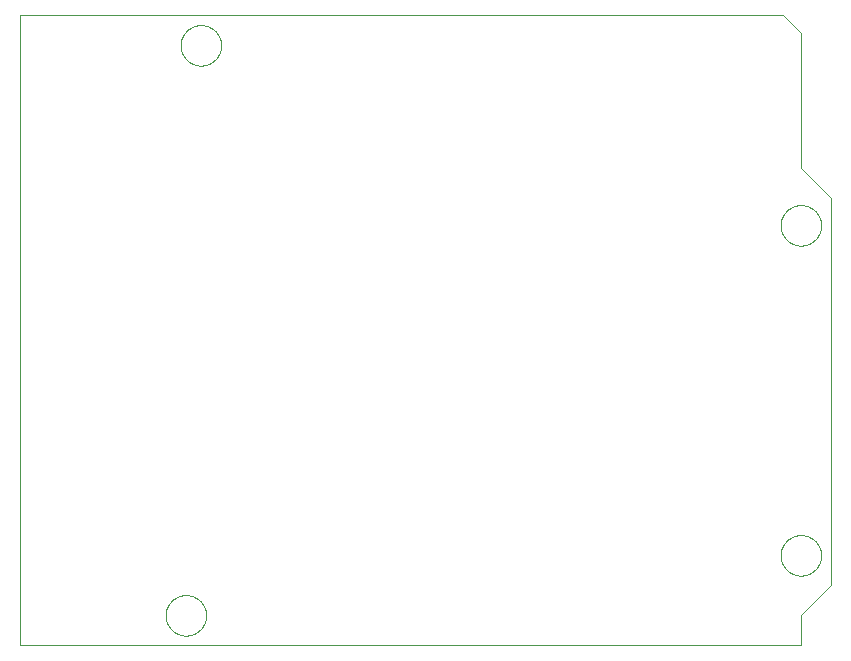
<source format=gm1>
G75*
%MOIN*%
%OFA0B0*%
%FSLAX25Y25*%
%IPPOS*%
%LPD*%
%AMOC8*
5,1,8,0,0,1.08239X$1,22.5*
%
%ADD10C,0.00000*%
D10*
X0006099Y0013339D02*
X0266300Y0013339D01*
X0266300Y0023300D01*
X0276300Y0033300D01*
X0276300Y0162300D01*
X0266300Y0172300D01*
X0266300Y0217300D01*
X0260300Y0223300D01*
X0006099Y0223300D01*
X0006099Y0013339D01*
X0054550Y0023300D02*
X0054552Y0023466D01*
X0054558Y0023631D01*
X0054568Y0023797D01*
X0054583Y0023962D01*
X0054601Y0024126D01*
X0054623Y0024290D01*
X0054649Y0024454D01*
X0054680Y0024617D01*
X0054714Y0024779D01*
X0054752Y0024940D01*
X0054795Y0025100D01*
X0054841Y0025259D01*
X0054891Y0025417D01*
X0054945Y0025574D01*
X0055002Y0025729D01*
X0055064Y0025883D01*
X0055129Y0026035D01*
X0055198Y0026186D01*
X0055271Y0026335D01*
X0055347Y0026482D01*
X0055427Y0026627D01*
X0055510Y0026770D01*
X0055597Y0026911D01*
X0055688Y0027050D01*
X0055781Y0027187D01*
X0055878Y0027321D01*
X0055979Y0027453D01*
X0056082Y0027582D01*
X0056189Y0027709D01*
X0056299Y0027833D01*
X0056411Y0027954D01*
X0056527Y0028073D01*
X0056646Y0028189D01*
X0056767Y0028301D01*
X0056891Y0028411D01*
X0057018Y0028518D01*
X0057147Y0028621D01*
X0057279Y0028722D01*
X0057413Y0028819D01*
X0057550Y0028912D01*
X0057689Y0029003D01*
X0057830Y0029090D01*
X0057973Y0029173D01*
X0058118Y0029253D01*
X0058265Y0029329D01*
X0058414Y0029402D01*
X0058565Y0029471D01*
X0058717Y0029536D01*
X0058871Y0029598D01*
X0059026Y0029655D01*
X0059183Y0029709D01*
X0059341Y0029759D01*
X0059500Y0029805D01*
X0059660Y0029848D01*
X0059821Y0029886D01*
X0059983Y0029920D01*
X0060146Y0029951D01*
X0060310Y0029977D01*
X0060474Y0029999D01*
X0060638Y0030017D01*
X0060803Y0030032D01*
X0060969Y0030042D01*
X0061134Y0030048D01*
X0061300Y0030050D01*
X0061466Y0030048D01*
X0061631Y0030042D01*
X0061797Y0030032D01*
X0061962Y0030017D01*
X0062126Y0029999D01*
X0062290Y0029977D01*
X0062454Y0029951D01*
X0062617Y0029920D01*
X0062779Y0029886D01*
X0062940Y0029848D01*
X0063100Y0029805D01*
X0063259Y0029759D01*
X0063417Y0029709D01*
X0063574Y0029655D01*
X0063729Y0029598D01*
X0063883Y0029536D01*
X0064035Y0029471D01*
X0064186Y0029402D01*
X0064335Y0029329D01*
X0064482Y0029253D01*
X0064627Y0029173D01*
X0064770Y0029090D01*
X0064911Y0029003D01*
X0065050Y0028912D01*
X0065187Y0028819D01*
X0065321Y0028722D01*
X0065453Y0028621D01*
X0065582Y0028518D01*
X0065709Y0028411D01*
X0065833Y0028301D01*
X0065954Y0028189D01*
X0066073Y0028073D01*
X0066189Y0027954D01*
X0066301Y0027833D01*
X0066411Y0027709D01*
X0066518Y0027582D01*
X0066621Y0027453D01*
X0066722Y0027321D01*
X0066819Y0027187D01*
X0066912Y0027050D01*
X0067003Y0026911D01*
X0067090Y0026770D01*
X0067173Y0026627D01*
X0067253Y0026482D01*
X0067329Y0026335D01*
X0067402Y0026186D01*
X0067471Y0026035D01*
X0067536Y0025883D01*
X0067598Y0025729D01*
X0067655Y0025574D01*
X0067709Y0025417D01*
X0067759Y0025259D01*
X0067805Y0025100D01*
X0067848Y0024940D01*
X0067886Y0024779D01*
X0067920Y0024617D01*
X0067951Y0024454D01*
X0067977Y0024290D01*
X0067999Y0024126D01*
X0068017Y0023962D01*
X0068032Y0023797D01*
X0068042Y0023631D01*
X0068048Y0023466D01*
X0068050Y0023300D01*
X0068048Y0023134D01*
X0068042Y0022969D01*
X0068032Y0022803D01*
X0068017Y0022638D01*
X0067999Y0022474D01*
X0067977Y0022310D01*
X0067951Y0022146D01*
X0067920Y0021983D01*
X0067886Y0021821D01*
X0067848Y0021660D01*
X0067805Y0021500D01*
X0067759Y0021341D01*
X0067709Y0021183D01*
X0067655Y0021026D01*
X0067598Y0020871D01*
X0067536Y0020717D01*
X0067471Y0020565D01*
X0067402Y0020414D01*
X0067329Y0020265D01*
X0067253Y0020118D01*
X0067173Y0019973D01*
X0067090Y0019830D01*
X0067003Y0019689D01*
X0066912Y0019550D01*
X0066819Y0019413D01*
X0066722Y0019279D01*
X0066621Y0019147D01*
X0066518Y0019018D01*
X0066411Y0018891D01*
X0066301Y0018767D01*
X0066189Y0018646D01*
X0066073Y0018527D01*
X0065954Y0018411D01*
X0065833Y0018299D01*
X0065709Y0018189D01*
X0065582Y0018082D01*
X0065453Y0017979D01*
X0065321Y0017878D01*
X0065187Y0017781D01*
X0065050Y0017688D01*
X0064911Y0017597D01*
X0064770Y0017510D01*
X0064627Y0017427D01*
X0064482Y0017347D01*
X0064335Y0017271D01*
X0064186Y0017198D01*
X0064035Y0017129D01*
X0063883Y0017064D01*
X0063729Y0017002D01*
X0063574Y0016945D01*
X0063417Y0016891D01*
X0063259Y0016841D01*
X0063100Y0016795D01*
X0062940Y0016752D01*
X0062779Y0016714D01*
X0062617Y0016680D01*
X0062454Y0016649D01*
X0062290Y0016623D01*
X0062126Y0016601D01*
X0061962Y0016583D01*
X0061797Y0016568D01*
X0061631Y0016558D01*
X0061466Y0016552D01*
X0061300Y0016550D01*
X0061134Y0016552D01*
X0060969Y0016558D01*
X0060803Y0016568D01*
X0060638Y0016583D01*
X0060474Y0016601D01*
X0060310Y0016623D01*
X0060146Y0016649D01*
X0059983Y0016680D01*
X0059821Y0016714D01*
X0059660Y0016752D01*
X0059500Y0016795D01*
X0059341Y0016841D01*
X0059183Y0016891D01*
X0059026Y0016945D01*
X0058871Y0017002D01*
X0058717Y0017064D01*
X0058565Y0017129D01*
X0058414Y0017198D01*
X0058265Y0017271D01*
X0058118Y0017347D01*
X0057973Y0017427D01*
X0057830Y0017510D01*
X0057689Y0017597D01*
X0057550Y0017688D01*
X0057413Y0017781D01*
X0057279Y0017878D01*
X0057147Y0017979D01*
X0057018Y0018082D01*
X0056891Y0018189D01*
X0056767Y0018299D01*
X0056646Y0018411D01*
X0056527Y0018527D01*
X0056411Y0018646D01*
X0056299Y0018767D01*
X0056189Y0018891D01*
X0056082Y0019018D01*
X0055979Y0019147D01*
X0055878Y0019279D01*
X0055781Y0019413D01*
X0055688Y0019550D01*
X0055597Y0019689D01*
X0055510Y0019830D01*
X0055427Y0019973D01*
X0055347Y0020118D01*
X0055271Y0020265D01*
X0055198Y0020414D01*
X0055129Y0020565D01*
X0055064Y0020717D01*
X0055002Y0020871D01*
X0054945Y0021026D01*
X0054891Y0021183D01*
X0054841Y0021341D01*
X0054795Y0021500D01*
X0054752Y0021660D01*
X0054714Y0021821D01*
X0054680Y0021983D01*
X0054649Y0022146D01*
X0054623Y0022310D01*
X0054601Y0022474D01*
X0054583Y0022638D01*
X0054568Y0022803D01*
X0054558Y0022969D01*
X0054552Y0023134D01*
X0054550Y0023300D01*
X0259550Y0043300D02*
X0259552Y0043466D01*
X0259558Y0043631D01*
X0259568Y0043797D01*
X0259583Y0043962D01*
X0259601Y0044126D01*
X0259623Y0044290D01*
X0259649Y0044454D01*
X0259680Y0044617D01*
X0259714Y0044779D01*
X0259752Y0044940D01*
X0259795Y0045100D01*
X0259841Y0045259D01*
X0259891Y0045417D01*
X0259945Y0045574D01*
X0260002Y0045729D01*
X0260064Y0045883D01*
X0260129Y0046035D01*
X0260198Y0046186D01*
X0260271Y0046335D01*
X0260347Y0046482D01*
X0260427Y0046627D01*
X0260510Y0046770D01*
X0260597Y0046911D01*
X0260688Y0047050D01*
X0260781Y0047187D01*
X0260878Y0047321D01*
X0260979Y0047453D01*
X0261082Y0047582D01*
X0261189Y0047709D01*
X0261299Y0047833D01*
X0261411Y0047954D01*
X0261527Y0048073D01*
X0261646Y0048189D01*
X0261767Y0048301D01*
X0261891Y0048411D01*
X0262018Y0048518D01*
X0262147Y0048621D01*
X0262279Y0048722D01*
X0262413Y0048819D01*
X0262550Y0048912D01*
X0262689Y0049003D01*
X0262830Y0049090D01*
X0262973Y0049173D01*
X0263118Y0049253D01*
X0263265Y0049329D01*
X0263414Y0049402D01*
X0263565Y0049471D01*
X0263717Y0049536D01*
X0263871Y0049598D01*
X0264026Y0049655D01*
X0264183Y0049709D01*
X0264341Y0049759D01*
X0264500Y0049805D01*
X0264660Y0049848D01*
X0264821Y0049886D01*
X0264983Y0049920D01*
X0265146Y0049951D01*
X0265310Y0049977D01*
X0265474Y0049999D01*
X0265638Y0050017D01*
X0265803Y0050032D01*
X0265969Y0050042D01*
X0266134Y0050048D01*
X0266300Y0050050D01*
X0266466Y0050048D01*
X0266631Y0050042D01*
X0266797Y0050032D01*
X0266962Y0050017D01*
X0267126Y0049999D01*
X0267290Y0049977D01*
X0267454Y0049951D01*
X0267617Y0049920D01*
X0267779Y0049886D01*
X0267940Y0049848D01*
X0268100Y0049805D01*
X0268259Y0049759D01*
X0268417Y0049709D01*
X0268574Y0049655D01*
X0268729Y0049598D01*
X0268883Y0049536D01*
X0269035Y0049471D01*
X0269186Y0049402D01*
X0269335Y0049329D01*
X0269482Y0049253D01*
X0269627Y0049173D01*
X0269770Y0049090D01*
X0269911Y0049003D01*
X0270050Y0048912D01*
X0270187Y0048819D01*
X0270321Y0048722D01*
X0270453Y0048621D01*
X0270582Y0048518D01*
X0270709Y0048411D01*
X0270833Y0048301D01*
X0270954Y0048189D01*
X0271073Y0048073D01*
X0271189Y0047954D01*
X0271301Y0047833D01*
X0271411Y0047709D01*
X0271518Y0047582D01*
X0271621Y0047453D01*
X0271722Y0047321D01*
X0271819Y0047187D01*
X0271912Y0047050D01*
X0272003Y0046911D01*
X0272090Y0046770D01*
X0272173Y0046627D01*
X0272253Y0046482D01*
X0272329Y0046335D01*
X0272402Y0046186D01*
X0272471Y0046035D01*
X0272536Y0045883D01*
X0272598Y0045729D01*
X0272655Y0045574D01*
X0272709Y0045417D01*
X0272759Y0045259D01*
X0272805Y0045100D01*
X0272848Y0044940D01*
X0272886Y0044779D01*
X0272920Y0044617D01*
X0272951Y0044454D01*
X0272977Y0044290D01*
X0272999Y0044126D01*
X0273017Y0043962D01*
X0273032Y0043797D01*
X0273042Y0043631D01*
X0273048Y0043466D01*
X0273050Y0043300D01*
X0273048Y0043134D01*
X0273042Y0042969D01*
X0273032Y0042803D01*
X0273017Y0042638D01*
X0272999Y0042474D01*
X0272977Y0042310D01*
X0272951Y0042146D01*
X0272920Y0041983D01*
X0272886Y0041821D01*
X0272848Y0041660D01*
X0272805Y0041500D01*
X0272759Y0041341D01*
X0272709Y0041183D01*
X0272655Y0041026D01*
X0272598Y0040871D01*
X0272536Y0040717D01*
X0272471Y0040565D01*
X0272402Y0040414D01*
X0272329Y0040265D01*
X0272253Y0040118D01*
X0272173Y0039973D01*
X0272090Y0039830D01*
X0272003Y0039689D01*
X0271912Y0039550D01*
X0271819Y0039413D01*
X0271722Y0039279D01*
X0271621Y0039147D01*
X0271518Y0039018D01*
X0271411Y0038891D01*
X0271301Y0038767D01*
X0271189Y0038646D01*
X0271073Y0038527D01*
X0270954Y0038411D01*
X0270833Y0038299D01*
X0270709Y0038189D01*
X0270582Y0038082D01*
X0270453Y0037979D01*
X0270321Y0037878D01*
X0270187Y0037781D01*
X0270050Y0037688D01*
X0269911Y0037597D01*
X0269770Y0037510D01*
X0269627Y0037427D01*
X0269482Y0037347D01*
X0269335Y0037271D01*
X0269186Y0037198D01*
X0269035Y0037129D01*
X0268883Y0037064D01*
X0268729Y0037002D01*
X0268574Y0036945D01*
X0268417Y0036891D01*
X0268259Y0036841D01*
X0268100Y0036795D01*
X0267940Y0036752D01*
X0267779Y0036714D01*
X0267617Y0036680D01*
X0267454Y0036649D01*
X0267290Y0036623D01*
X0267126Y0036601D01*
X0266962Y0036583D01*
X0266797Y0036568D01*
X0266631Y0036558D01*
X0266466Y0036552D01*
X0266300Y0036550D01*
X0266134Y0036552D01*
X0265969Y0036558D01*
X0265803Y0036568D01*
X0265638Y0036583D01*
X0265474Y0036601D01*
X0265310Y0036623D01*
X0265146Y0036649D01*
X0264983Y0036680D01*
X0264821Y0036714D01*
X0264660Y0036752D01*
X0264500Y0036795D01*
X0264341Y0036841D01*
X0264183Y0036891D01*
X0264026Y0036945D01*
X0263871Y0037002D01*
X0263717Y0037064D01*
X0263565Y0037129D01*
X0263414Y0037198D01*
X0263265Y0037271D01*
X0263118Y0037347D01*
X0262973Y0037427D01*
X0262830Y0037510D01*
X0262689Y0037597D01*
X0262550Y0037688D01*
X0262413Y0037781D01*
X0262279Y0037878D01*
X0262147Y0037979D01*
X0262018Y0038082D01*
X0261891Y0038189D01*
X0261767Y0038299D01*
X0261646Y0038411D01*
X0261527Y0038527D01*
X0261411Y0038646D01*
X0261299Y0038767D01*
X0261189Y0038891D01*
X0261082Y0039018D01*
X0260979Y0039147D01*
X0260878Y0039279D01*
X0260781Y0039413D01*
X0260688Y0039550D01*
X0260597Y0039689D01*
X0260510Y0039830D01*
X0260427Y0039973D01*
X0260347Y0040118D01*
X0260271Y0040265D01*
X0260198Y0040414D01*
X0260129Y0040565D01*
X0260064Y0040717D01*
X0260002Y0040871D01*
X0259945Y0041026D01*
X0259891Y0041183D01*
X0259841Y0041341D01*
X0259795Y0041500D01*
X0259752Y0041660D01*
X0259714Y0041821D01*
X0259680Y0041983D01*
X0259649Y0042146D01*
X0259623Y0042310D01*
X0259601Y0042474D01*
X0259583Y0042638D01*
X0259568Y0042803D01*
X0259558Y0042969D01*
X0259552Y0043134D01*
X0259550Y0043300D01*
X0259550Y0153300D02*
X0259552Y0153466D01*
X0259558Y0153631D01*
X0259568Y0153797D01*
X0259583Y0153962D01*
X0259601Y0154126D01*
X0259623Y0154290D01*
X0259649Y0154454D01*
X0259680Y0154617D01*
X0259714Y0154779D01*
X0259752Y0154940D01*
X0259795Y0155100D01*
X0259841Y0155259D01*
X0259891Y0155417D01*
X0259945Y0155574D01*
X0260002Y0155729D01*
X0260064Y0155883D01*
X0260129Y0156035D01*
X0260198Y0156186D01*
X0260271Y0156335D01*
X0260347Y0156482D01*
X0260427Y0156627D01*
X0260510Y0156770D01*
X0260597Y0156911D01*
X0260688Y0157050D01*
X0260781Y0157187D01*
X0260878Y0157321D01*
X0260979Y0157453D01*
X0261082Y0157582D01*
X0261189Y0157709D01*
X0261299Y0157833D01*
X0261411Y0157954D01*
X0261527Y0158073D01*
X0261646Y0158189D01*
X0261767Y0158301D01*
X0261891Y0158411D01*
X0262018Y0158518D01*
X0262147Y0158621D01*
X0262279Y0158722D01*
X0262413Y0158819D01*
X0262550Y0158912D01*
X0262689Y0159003D01*
X0262830Y0159090D01*
X0262973Y0159173D01*
X0263118Y0159253D01*
X0263265Y0159329D01*
X0263414Y0159402D01*
X0263565Y0159471D01*
X0263717Y0159536D01*
X0263871Y0159598D01*
X0264026Y0159655D01*
X0264183Y0159709D01*
X0264341Y0159759D01*
X0264500Y0159805D01*
X0264660Y0159848D01*
X0264821Y0159886D01*
X0264983Y0159920D01*
X0265146Y0159951D01*
X0265310Y0159977D01*
X0265474Y0159999D01*
X0265638Y0160017D01*
X0265803Y0160032D01*
X0265969Y0160042D01*
X0266134Y0160048D01*
X0266300Y0160050D01*
X0266466Y0160048D01*
X0266631Y0160042D01*
X0266797Y0160032D01*
X0266962Y0160017D01*
X0267126Y0159999D01*
X0267290Y0159977D01*
X0267454Y0159951D01*
X0267617Y0159920D01*
X0267779Y0159886D01*
X0267940Y0159848D01*
X0268100Y0159805D01*
X0268259Y0159759D01*
X0268417Y0159709D01*
X0268574Y0159655D01*
X0268729Y0159598D01*
X0268883Y0159536D01*
X0269035Y0159471D01*
X0269186Y0159402D01*
X0269335Y0159329D01*
X0269482Y0159253D01*
X0269627Y0159173D01*
X0269770Y0159090D01*
X0269911Y0159003D01*
X0270050Y0158912D01*
X0270187Y0158819D01*
X0270321Y0158722D01*
X0270453Y0158621D01*
X0270582Y0158518D01*
X0270709Y0158411D01*
X0270833Y0158301D01*
X0270954Y0158189D01*
X0271073Y0158073D01*
X0271189Y0157954D01*
X0271301Y0157833D01*
X0271411Y0157709D01*
X0271518Y0157582D01*
X0271621Y0157453D01*
X0271722Y0157321D01*
X0271819Y0157187D01*
X0271912Y0157050D01*
X0272003Y0156911D01*
X0272090Y0156770D01*
X0272173Y0156627D01*
X0272253Y0156482D01*
X0272329Y0156335D01*
X0272402Y0156186D01*
X0272471Y0156035D01*
X0272536Y0155883D01*
X0272598Y0155729D01*
X0272655Y0155574D01*
X0272709Y0155417D01*
X0272759Y0155259D01*
X0272805Y0155100D01*
X0272848Y0154940D01*
X0272886Y0154779D01*
X0272920Y0154617D01*
X0272951Y0154454D01*
X0272977Y0154290D01*
X0272999Y0154126D01*
X0273017Y0153962D01*
X0273032Y0153797D01*
X0273042Y0153631D01*
X0273048Y0153466D01*
X0273050Y0153300D01*
X0273048Y0153134D01*
X0273042Y0152969D01*
X0273032Y0152803D01*
X0273017Y0152638D01*
X0272999Y0152474D01*
X0272977Y0152310D01*
X0272951Y0152146D01*
X0272920Y0151983D01*
X0272886Y0151821D01*
X0272848Y0151660D01*
X0272805Y0151500D01*
X0272759Y0151341D01*
X0272709Y0151183D01*
X0272655Y0151026D01*
X0272598Y0150871D01*
X0272536Y0150717D01*
X0272471Y0150565D01*
X0272402Y0150414D01*
X0272329Y0150265D01*
X0272253Y0150118D01*
X0272173Y0149973D01*
X0272090Y0149830D01*
X0272003Y0149689D01*
X0271912Y0149550D01*
X0271819Y0149413D01*
X0271722Y0149279D01*
X0271621Y0149147D01*
X0271518Y0149018D01*
X0271411Y0148891D01*
X0271301Y0148767D01*
X0271189Y0148646D01*
X0271073Y0148527D01*
X0270954Y0148411D01*
X0270833Y0148299D01*
X0270709Y0148189D01*
X0270582Y0148082D01*
X0270453Y0147979D01*
X0270321Y0147878D01*
X0270187Y0147781D01*
X0270050Y0147688D01*
X0269911Y0147597D01*
X0269770Y0147510D01*
X0269627Y0147427D01*
X0269482Y0147347D01*
X0269335Y0147271D01*
X0269186Y0147198D01*
X0269035Y0147129D01*
X0268883Y0147064D01*
X0268729Y0147002D01*
X0268574Y0146945D01*
X0268417Y0146891D01*
X0268259Y0146841D01*
X0268100Y0146795D01*
X0267940Y0146752D01*
X0267779Y0146714D01*
X0267617Y0146680D01*
X0267454Y0146649D01*
X0267290Y0146623D01*
X0267126Y0146601D01*
X0266962Y0146583D01*
X0266797Y0146568D01*
X0266631Y0146558D01*
X0266466Y0146552D01*
X0266300Y0146550D01*
X0266134Y0146552D01*
X0265969Y0146558D01*
X0265803Y0146568D01*
X0265638Y0146583D01*
X0265474Y0146601D01*
X0265310Y0146623D01*
X0265146Y0146649D01*
X0264983Y0146680D01*
X0264821Y0146714D01*
X0264660Y0146752D01*
X0264500Y0146795D01*
X0264341Y0146841D01*
X0264183Y0146891D01*
X0264026Y0146945D01*
X0263871Y0147002D01*
X0263717Y0147064D01*
X0263565Y0147129D01*
X0263414Y0147198D01*
X0263265Y0147271D01*
X0263118Y0147347D01*
X0262973Y0147427D01*
X0262830Y0147510D01*
X0262689Y0147597D01*
X0262550Y0147688D01*
X0262413Y0147781D01*
X0262279Y0147878D01*
X0262147Y0147979D01*
X0262018Y0148082D01*
X0261891Y0148189D01*
X0261767Y0148299D01*
X0261646Y0148411D01*
X0261527Y0148527D01*
X0261411Y0148646D01*
X0261299Y0148767D01*
X0261189Y0148891D01*
X0261082Y0149018D01*
X0260979Y0149147D01*
X0260878Y0149279D01*
X0260781Y0149413D01*
X0260688Y0149550D01*
X0260597Y0149689D01*
X0260510Y0149830D01*
X0260427Y0149973D01*
X0260347Y0150118D01*
X0260271Y0150265D01*
X0260198Y0150414D01*
X0260129Y0150565D01*
X0260064Y0150717D01*
X0260002Y0150871D01*
X0259945Y0151026D01*
X0259891Y0151183D01*
X0259841Y0151341D01*
X0259795Y0151500D01*
X0259752Y0151660D01*
X0259714Y0151821D01*
X0259680Y0151983D01*
X0259649Y0152146D01*
X0259623Y0152310D01*
X0259601Y0152474D01*
X0259583Y0152638D01*
X0259568Y0152803D01*
X0259558Y0152969D01*
X0259552Y0153134D01*
X0259550Y0153300D01*
X0059550Y0213300D02*
X0059552Y0213466D01*
X0059558Y0213631D01*
X0059568Y0213797D01*
X0059583Y0213962D01*
X0059601Y0214126D01*
X0059623Y0214290D01*
X0059649Y0214454D01*
X0059680Y0214617D01*
X0059714Y0214779D01*
X0059752Y0214940D01*
X0059795Y0215100D01*
X0059841Y0215259D01*
X0059891Y0215417D01*
X0059945Y0215574D01*
X0060002Y0215729D01*
X0060064Y0215883D01*
X0060129Y0216035D01*
X0060198Y0216186D01*
X0060271Y0216335D01*
X0060347Y0216482D01*
X0060427Y0216627D01*
X0060510Y0216770D01*
X0060597Y0216911D01*
X0060688Y0217050D01*
X0060781Y0217187D01*
X0060878Y0217321D01*
X0060979Y0217453D01*
X0061082Y0217582D01*
X0061189Y0217709D01*
X0061299Y0217833D01*
X0061411Y0217954D01*
X0061527Y0218073D01*
X0061646Y0218189D01*
X0061767Y0218301D01*
X0061891Y0218411D01*
X0062018Y0218518D01*
X0062147Y0218621D01*
X0062279Y0218722D01*
X0062413Y0218819D01*
X0062550Y0218912D01*
X0062689Y0219003D01*
X0062830Y0219090D01*
X0062973Y0219173D01*
X0063118Y0219253D01*
X0063265Y0219329D01*
X0063414Y0219402D01*
X0063565Y0219471D01*
X0063717Y0219536D01*
X0063871Y0219598D01*
X0064026Y0219655D01*
X0064183Y0219709D01*
X0064341Y0219759D01*
X0064500Y0219805D01*
X0064660Y0219848D01*
X0064821Y0219886D01*
X0064983Y0219920D01*
X0065146Y0219951D01*
X0065310Y0219977D01*
X0065474Y0219999D01*
X0065638Y0220017D01*
X0065803Y0220032D01*
X0065969Y0220042D01*
X0066134Y0220048D01*
X0066300Y0220050D01*
X0066466Y0220048D01*
X0066631Y0220042D01*
X0066797Y0220032D01*
X0066962Y0220017D01*
X0067126Y0219999D01*
X0067290Y0219977D01*
X0067454Y0219951D01*
X0067617Y0219920D01*
X0067779Y0219886D01*
X0067940Y0219848D01*
X0068100Y0219805D01*
X0068259Y0219759D01*
X0068417Y0219709D01*
X0068574Y0219655D01*
X0068729Y0219598D01*
X0068883Y0219536D01*
X0069035Y0219471D01*
X0069186Y0219402D01*
X0069335Y0219329D01*
X0069482Y0219253D01*
X0069627Y0219173D01*
X0069770Y0219090D01*
X0069911Y0219003D01*
X0070050Y0218912D01*
X0070187Y0218819D01*
X0070321Y0218722D01*
X0070453Y0218621D01*
X0070582Y0218518D01*
X0070709Y0218411D01*
X0070833Y0218301D01*
X0070954Y0218189D01*
X0071073Y0218073D01*
X0071189Y0217954D01*
X0071301Y0217833D01*
X0071411Y0217709D01*
X0071518Y0217582D01*
X0071621Y0217453D01*
X0071722Y0217321D01*
X0071819Y0217187D01*
X0071912Y0217050D01*
X0072003Y0216911D01*
X0072090Y0216770D01*
X0072173Y0216627D01*
X0072253Y0216482D01*
X0072329Y0216335D01*
X0072402Y0216186D01*
X0072471Y0216035D01*
X0072536Y0215883D01*
X0072598Y0215729D01*
X0072655Y0215574D01*
X0072709Y0215417D01*
X0072759Y0215259D01*
X0072805Y0215100D01*
X0072848Y0214940D01*
X0072886Y0214779D01*
X0072920Y0214617D01*
X0072951Y0214454D01*
X0072977Y0214290D01*
X0072999Y0214126D01*
X0073017Y0213962D01*
X0073032Y0213797D01*
X0073042Y0213631D01*
X0073048Y0213466D01*
X0073050Y0213300D01*
X0073048Y0213134D01*
X0073042Y0212969D01*
X0073032Y0212803D01*
X0073017Y0212638D01*
X0072999Y0212474D01*
X0072977Y0212310D01*
X0072951Y0212146D01*
X0072920Y0211983D01*
X0072886Y0211821D01*
X0072848Y0211660D01*
X0072805Y0211500D01*
X0072759Y0211341D01*
X0072709Y0211183D01*
X0072655Y0211026D01*
X0072598Y0210871D01*
X0072536Y0210717D01*
X0072471Y0210565D01*
X0072402Y0210414D01*
X0072329Y0210265D01*
X0072253Y0210118D01*
X0072173Y0209973D01*
X0072090Y0209830D01*
X0072003Y0209689D01*
X0071912Y0209550D01*
X0071819Y0209413D01*
X0071722Y0209279D01*
X0071621Y0209147D01*
X0071518Y0209018D01*
X0071411Y0208891D01*
X0071301Y0208767D01*
X0071189Y0208646D01*
X0071073Y0208527D01*
X0070954Y0208411D01*
X0070833Y0208299D01*
X0070709Y0208189D01*
X0070582Y0208082D01*
X0070453Y0207979D01*
X0070321Y0207878D01*
X0070187Y0207781D01*
X0070050Y0207688D01*
X0069911Y0207597D01*
X0069770Y0207510D01*
X0069627Y0207427D01*
X0069482Y0207347D01*
X0069335Y0207271D01*
X0069186Y0207198D01*
X0069035Y0207129D01*
X0068883Y0207064D01*
X0068729Y0207002D01*
X0068574Y0206945D01*
X0068417Y0206891D01*
X0068259Y0206841D01*
X0068100Y0206795D01*
X0067940Y0206752D01*
X0067779Y0206714D01*
X0067617Y0206680D01*
X0067454Y0206649D01*
X0067290Y0206623D01*
X0067126Y0206601D01*
X0066962Y0206583D01*
X0066797Y0206568D01*
X0066631Y0206558D01*
X0066466Y0206552D01*
X0066300Y0206550D01*
X0066134Y0206552D01*
X0065969Y0206558D01*
X0065803Y0206568D01*
X0065638Y0206583D01*
X0065474Y0206601D01*
X0065310Y0206623D01*
X0065146Y0206649D01*
X0064983Y0206680D01*
X0064821Y0206714D01*
X0064660Y0206752D01*
X0064500Y0206795D01*
X0064341Y0206841D01*
X0064183Y0206891D01*
X0064026Y0206945D01*
X0063871Y0207002D01*
X0063717Y0207064D01*
X0063565Y0207129D01*
X0063414Y0207198D01*
X0063265Y0207271D01*
X0063118Y0207347D01*
X0062973Y0207427D01*
X0062830Y0207510D01*
X0062689Y0207597D01*
X0062550Y0207688D01*
X0062413Y0207781D01*
X0062279Y0207878D01*
X0062147Y0207979D01*
X0062018Y0208082D01*
X0061891Y0208189D01*
X0061767Y0208299D01*
X0061646Y0208411D01*
X0061527Y0208527D01*
X0061411Y0208646D01*
X0061299Y0208767D01*
X0061189Y0208891D01*
X0061082Y0209018D01*
X0060979Y0209147D01*
X0060878Y0209279D01*
X0060781Y0209413D01*
X0060688Y0209550D01*
X0060597Y0209689D01*
X0060510Y0209830D01*
X0060427Y0209973D01*
X0060347Y0210118D01*
X0060271Y0210265D01*
X0060198Y0210414D01*
X0060129Y0210565D01*
X0060064Y0210717D01*
X0060002Y0210871D01*
X0059945Y0211026D01*
X0059891Y0211183D01*
X0059841Y0211341D01*
X0059795Y0211500D01*
X0059752Y0211660D01*
X0059714Y0211821D01*
X0059680Y0211983D01*
X0059649Y0212146D01*
X0059623Y0212310D01*
X0059601Y0212474D01*
X0059583Y0212638D01*
X0059568Y0212803D01*
X0059558Y0212969D01*
X0059552Y0213134D01*
X0059550Y0213300D01*
M02*

</source>
